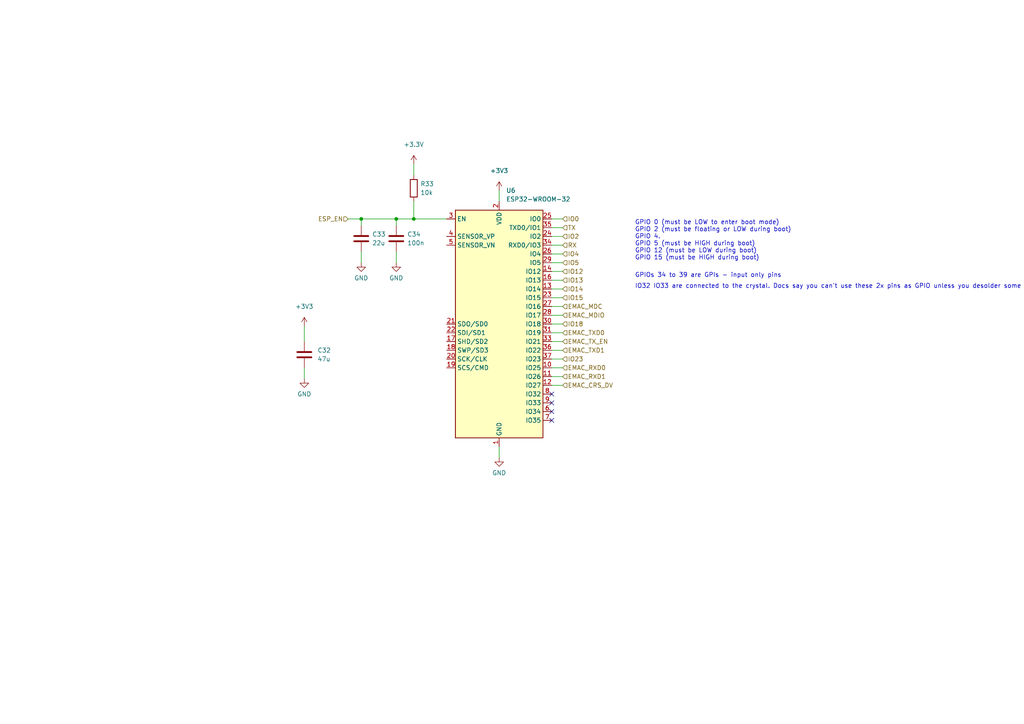
<source format=kicad_sch>
(kicad_sch (version 20231120) (generator "eeschema") (generator_version "8.0")
  (paper "A4")
  (lib_symbols
    (symbol "Device:C" (pin_numbers hide) (pin_names (offset 0.254))
      (property "Reference" "C" (at 0.635 2.54 0))
      (property "Value" "C" (at 0.635 -2.54 0))
      (symbol "C_0_1"
        (polyline (pts (xy -2.032 -0.762) (xy 2.032 -0.762)) (stroke (width 0.508)))
        (polyline (pts (xy -2.032 0.762) (xy 2.032 0.762)) (stroke (width 0.508)))
      )
      (symbol "C_1_1"
        (pin passive line (at 0 3.81 270) (length 2.794) (name "~") (number "1"))
        (pin passive line (at 0 -3.81 90) (length 2.794) (name "~") (number "2"))
      )
    )
    (symbol "Device:R" (pin_numbers hide) (pin_names (offset 0))
      (property "Reference" "R" (at 2.032 0 90))
      (property "Value" "R" (at 0 0 90))
      (symbol "R_0_1"
        (rectangle (start -1.016 -2.54) (end 1.016 2.54) (stroke (width 0.254)))
      )
      (symbol "R_1_1"
        (pin passive line (at 0 3.81 270) (length 1.27) (name "~") (number "1"))
        (pin passive line (at 0 -3.81 90) (length 1.27) (name "~") (number "2"))
      )
    )
    (symbol "RF_Module:ESP32-WROOM-32"
      (property "Reference" "U" (at -12.7 34.29 0))
      (property "Value" "ESP32-WROOM-32" (at 1.27 34.29 0))
      (symbol "ESP32-WROOM-32_0_1"
        (rectangle (start -12.7 33.02) (end 12.7 -33.02) (stroke (width 0.254)) (fill (type background)))
      )
      (symbol "ESP32-WROOM-32_1_1"
        (pin power_in line (at 0 -35.56 90) (length 2.54) (name "GND") (number "1"))
        (pin bidirectional line (at 15.24 -12.7 180) (length 2.54) (name "IO25") (number "10"))
        (pin bidirectional line (at 15.24 -15.24 180) (length 2.54) (name "IO26") (number "11"))
        (pin bidirectional line (at 15.24 -17.78 180) (length 2.54) (name "IO27") (number "12"))
        (pin bidirectional line (at 15.24 10.16 180) (length 2.54) (name "IO14") (number "13"))
        (pin bidirectional line (at 15.24 15.24 180) (length 2.54) (name "IO12") (number "14"))
        (pin passive line (at 0 -35.56 90) (length 2.54) hide (name "GND") (number "15"))
        (pin bidirectional line (at 15.24 12.7 180) (length 2.54) (name "IO13") (number "16"))
        (pin bidirectional line (at -15.24 -5.08 0) (length 2.54) (name "SHD/SD2") (number "17"))
        (pin bidirectional line (at -15.24 -7.62 0) (length 2.54) (name "SWP/SD3") (number "18"))
        (pin bidirectional line (at -15.24 -12.7 0) (length 2.54) (name "SCS/CMD") (number "19"))
        (pin power_in line (at 0 35.56 270) (length 2.54) (name "VDD") (number "2"))
        (pin bidirectional line (at -15.24 -10.16 0) (length 2.54) (name "SCK/CLK") (number "20"))
        (pin bidirectional line (at -15.24 0 0) (length 2.54) (name "SDO/SD0") (number "21"))
        (pin bidirectional line (at -15.24 -2.54 0) (length 2.54) (name "SDI/SD1") (number "22"))
        (pin bidirectional line (at 15.24 7.62 180) (length 2.54) (name "IO15") (number "23"))
        (pin bidirectional line (at 15.24 25.4 180) (length 2.54) (name "IO2") (number "24"))
        (pin bidirectional line (at 15.24 30.48 180) (length 2.54) (name "IO0") (number "25"))
        (pin bidirectional line (at 15.24 20.32 180) (length 2.54) (name "IO4") (number "26"))
        (pin bidirectional line (at 15.24 5.08 180) (length 2.54) (name "IO16") (number "27"))
        (pin bidirectional line (at 15.24 2.54 180) (length 2.54) (name "IO17") (number "28"))
        (pin bidirectional line (at 15.24 17.78 180) (length 2.54) (name "IO5") (number "29"))
        (pin input line (at -15.24 30.48 0) (length 2.54) (name "EN") (number "3"))
        (pin bidirectional line (at 15.24 0 180) (length 2.54) (name "IO18") (number "30"))
        (pin bidirectional line (at 15.24 -2.54 180) (length 2.54) (name "IO19") (number "31"))
        (pin no_connect line (at -12.7 -27.94 0) (length 2.54) hide (name "NC") (number "32"))
        (pin bidirectional line (at 15.24 -5.08 180) (length 2.54) (name "IO21") (number "33"))
        (pin bidirectional line (at 15.24 22.86 180) (length 2.54) (name "RXD0/IO3") (number "34"))
        (pin bidirectional line (at 15.24 27.94 180) (length 2.54) (name "TXD0/IO1") (number "35"))
        (pin bidirectional line (at 15.24 -7.62 180) (length 2.54) (name "IO22") (number "36"))
        (pin bidirectional line (at 15.24 -10.16 180) (length 2.54) (name "IO23") (number "37"))
        (pin passive line (at 0 -35.56 90) (length 2.54) hide (name "GND") (number "38"))
        (pin passive line (at 0 -35.56 90) (length 2.54) hide (name "GND") (number "39"))
        (pin input line (at -15.24 25.4 0) (length 2.54) (name "SENSOR_VP") (number "4"))
        (pin input line (at -15.24 22.86 0) (length 2.54) (name "SENSOR_VN") (number "5"))
        (pin input line (at 15.24 -25.4 180) (length 2.54) (name "IO34") (number "6"))
        (pin input line (at 15.24 -27.94 180) (length 2.54) (name "IO35") (number "7"))
        (pin bidirectional line (at 15.24 -20.32 180) (length 2.54) (name "IO32") (number "8"))
        (pin bidirectional line (at 15.24 -22.86 180) (length 2.54) (name "IO33") (number "9"))
      )
    )
    (symbol "power:+3.3V" (power) (pin_names (offset 0))
      (property "Value" "+3.3V" (at 0 3.556 0))
      (symbol "+3.3V_0_1"
        (polyline (pts (xy -0.762 1.27) (xy 0 2.54)))
        (polyline (pts (xy 0 0) (xy 0 2.54)))
        (polyline (pts (xy 0 2.54) (xy 0.762 1.27)))
      )
      (symbol "+3.3V_1_1"
        (pin power_in line (at 0 0 90) (length 0) hide (name "+3.3V") (number "1"))
      )
    )
    (symbol "power:+3V3" (power) (pin_names (offset 0))
      (property "Value" "+3V3" (at 0 3.556 0))
      (symbol "+3V3_0_1"
        (polyline (pts (xy -0.762 1.27) (xy 0 2.54)))
        (polyline (pts (xy 0 0) (xy 0 2.54)))
        (polyline (pts (xy 0 2.54) (xy 0.762 1.27)))
      )
      (symbol "+3V3_1_1"
        (pin power_in line (at 0 0 90) (length 0) hide (name "+3V3") (number "1"))
      )
    )
    (symbol "power:GND" (power) (pin_names (offset 0))
      (property "Value" "GND" (at 0 -3.81 0))
      (symbol "GND_0_1"
        (polyline (pts (xy 0 0) (xy 0 -1.27) (xy 1.27 -1.27) (xy 0 -2.54) (xy -1.27 -1.27) (xy 0 -1.27)))
      )
      (symbol "GND_1_1"
        (pin power_in line (at 0 0 270) (length 0) hide (name "GND") (number "1"))
      )
    )
  )
  (junction (at 120.015 63.5))
  (junction (at 114.935 63.5))
  (junction (at 104.775 63.5))
  (no_connect (at 160.02 119.38))
  (no_connect (at 160.02 121.92))
  (no_connect (at 160.02 116.84))
  (no_connect (at 160.02 114.3))
  (wire (pts (xy 104.775 73.025) (xy 104.775 76.2)))
  (wire (pts (xy 88.265 106.68) (xy 88.265 109.855)))
  (wire (pts (xy 160.02 109.22) (xy 163.195 109.22)))
  (wire (pts (xy 160.02 91.44) (xy 163.195 91.44)))
  (wire (pts (xy 160.02 81.28) (xy 163.195 81.28)))
  (wire (pts (xy 104.775 65.405) (xy 104.775 63.5)))
  (wire (pts (xy 160.02 111.76) (xy 163.195 111.76)))
  (wire (pts (xy 114.935 63.5) (xy 114.935 65.405)))
  (wire (pts (xy 104.775 63.5) (xy 114.935 63.5)))
  (wire (pts (xy 160.02 68.58) (xy 163.195 68.58)))
  (wire (pts (xy 144.78 55.245) (xy 144.78 58.42)))
  (wire (pts (xy 160.02 78.74) (xy 163.195 78.74)))
  (wire (pts (xy 160.02 73.66) (xy 163.195 73.66)))
  (wire (pts (xy 160.02 71.12) (xy 163.195 71.12)))
  (wire (pts (xy 160.02 101.6) (xy 163.195 101.6)))
  (wire (pts (xy 114.935 63.5) (xy 120.015 63.5)))
  (wire (pts (xy 160.02 93.98) (xy 163.195 93.98)))
  (wire (pts (xy 160.02 63.5) (xy 163.195 63.5)))
  (wire (pts (xy 160.02 86.36) (xy 163.195 86.36)))
  (wire (pts (xy 144.78 129.54) (xy 144.78 132.715)))
  (wire (pts (xy 160.02 99.06) (xy 163.195 99.06)))
  (wire (pts (xy 160.02 83.82) (xy 163.195 83.82)))
  (wire (pts (xy 100.965 63.5) (xy 104.775 63.5)))
  (wire (pts (xy 160.02 76.2) (xy 163.195 76.2)))
  (wire (pts (xy 160.02 106.68) (xy 163.195 106.68)))
  (wire (pts (xy 160.02 104.14) (xy 163.195 104.14)))
  (wire (pts (xy 160.02 96.52) (xy 163.195 96.52)))
  (wire (pts (xy 120.015 47.625) (xy 120.015 50.8)))
  (wire (pts (xy 120.015 58.42) (xy 120.015 63.5)))
  (wire (pts (xy 160.02 66.04) (xy 163.195 66.04)))
  (wire (pts (xy 88.265 94.615) (xy 88.265 99.06)))
  (wire (pts (xy 120.015 63.5) (xy 129.54 63.5)))
  (wire (pts (xy 114.935 73.025) (xy 114.935 76.2)))
  (wire (pts (xy 160.02 88.9) (xy 163.195 88.9)))
  (text "IO32 IO33 are connected to the crystal. Docs say you can't use these 2x pins as GPIO unless you desolder some stuff on the module.\n" (at 184.15 83.82 0) (effects (font (size 1.27 1.27)) (justify left bottom)))
  (text "GPIOs 34 to 39 are GPIs - input only pins" (at 184.15 80.645 0) (effects (font (size 1.27 1.27)) (justify left bottom)))
  (text "GPIO 0 (must be LOW to enter boot mode)\nGPIO 2 (must be floating or LOW during boot)\nGPIO 4.\nGPIO 5 (must be HIGH during boot)\nGPIO 12 (must be LOW during boot)\nGPIO 15 (must be HIGH during boot)" (at 184.15 75.565 0) (effects (font (size 1.27 1.27)) (justify left bottom)))
  (hierarchical_label "IO13" (shape input) (at 163.195 81.28 0))
  (hierarchical_label "EMAC_TXD0" (shape input) (at 163.195 96.52 0))
  (hierarchical_label "IO23" (shape input) (at 163.195 104.14 0))
  (hierarchical_label "IO12" (shape input) (at 163.195 78.74 0))
  (hierarchical_label "EMAC_RXD0" (shape input) (at 163.195 106.68 0))
  (hierarchical_label "IO14" (shape input) (at 163.195 83.82 0))
  (hierarchical_label "IO2" (shape input) (at 163.195 68.58 0))
  (hierarchical_label "EMAC_TXD1" (shape input) (at 163.195 101.6 0))
  (hierarchical_label "IO4" (shape input) (at 163.195 73.66 0))
  (hierarchical_label "EMAC_CRS_DV" (shape input) (at 163.195 111.76 0))
  (hierarchical_label "IO18" (shape input) (at 163.195 93.98 0))
  (hierarchical_label "EMAC_MDC" (shape input) (at 163.195 88.9 0))
  (hierarchical_label "TX" (shape input) (at 163.195 66.04 0))
  (hierarchical_label "IO15" (shape input) (at 163.195 86.36 0))
  (hierarchical_label "IO5" (shape input) (at 163.195 76.2 0))
  (hierarchical_label "EMAC_TX_EN" (shape input) (at 163.195 99.06 0))
  (hierarchical_label "RX" (shape input) (at 163.195 71.12 0))
  (hierarchical_label "EMAC_MDIO" (shape input) (at 163.195 91.44 0))
  (hierarchical_label "EMAC_RXD1" (shape input) (at 163.195 109.22 0))
  (hierarchical_label "ESP_EN" (shape input) (at 100.965 63.5 180))
  (hierarchical_label "IO0" (shape input) (at 163.195 63.5 0))
  (symbol (lib_id "power:+3V3") (at 144.78 55.245 0) (unit 1)
    (property "Reference" "#PWR047" (effects (hide yes)))
    (property "Value" "+3V3" (at 144.78 49.53 0))
  )
  (symbol (lib_id "Device:C") (at 114.935 69.215 0) (unit 1)
    (property "Reference" "C34" (at 118.11 67.9449 0) (effects (justify left)))
    (property "Value" "100n" (at 118.11 70.4849 0) (effects (justify left)))
    (property "Footprint" "Capacitor_SMD:C_0603_1608Metric_Pad1.08x0.95mm_HandSolder" (effects (hide yes)))
    (property "LCSC" "C282519" (effects (hide yes)))
  )
  (symbol (lib_id "power:+3.3V") (at 120.015 47.625 0) (unit 1)
    (property "Reference" "#PWR0109" (effects (hide yes)))
    (property "Value" "+3.3V" (at 120.015 41.91 0))
  )
  (symbol (lib_id "Device:R") (at 120.015 54.61 0) (unit 1)
    (property "Reference" "R33" (at 121.92 53.3399 0) (effects (justify left)))
    (property "Value" "10k" (at 121.92 55.8799 0) (effects (justify left)))
    (property "Footprint" "Resistor_SMD:R_0603_1608Metric_Pad0.98x0.95mm_HandSolder" (effects (hide yes)))
    (property "LCSC" "C2930027" (effects (hide yes)))
  )
  (symbol (lib_id "power:GND") (at 88.265 109.855 0) (unit 1)
    (property "Reference" "#PWR044" (effects (hide yes)))
    (property "Value" "GND" (at 88.265 114.3 0))
  )
  (symbol (lib_id "power:GND") (at 114.935 76.2 0) (unit 1)
    (property "Reference" "#PWR046" (effects (hide yes)))
    (property "Value" "GND" (at 114.935 80.645 0))
  )
  (symbol (lib_id "Device:C") (at 104.775 69.215 0) (unit 1)
    (property "Reference" "C33" (at 107.95 67.9449 0) (effects (justify left)))
    (property "Value" "22u" (at 107.95 70.4849 0) (effects (justify left)))
    (property "Footprint" "Capacitor_SMD:C_0603_1608Metric_Pad1.08x0.95mm_HandSolder" (effects (hide yes)))
    (property "LCSC" "C59461" (effects (hide yes)))
  )
  (symbol (lib_id "RF_Module:ESP32-WROOM-32") (at 144.78 93.98 0) (unit 1)
    (property "Reference" "U6" (at 146.7994 55.245 0) (effects (justify left)))
    (property "Value" "ESP32-WROOM-32" (at 146.7994 57.785 0) (effects (justify left)))
    (property "Footprint" "RF_Module:ESP32-WROOM-32" (effects (hide yes)))
    (property "Datasheet" "https://www.espressif.com/sites/default/files/documentation/esp32-wroom-32_datasheet_en.pdf" (effects (hide yes)))
    (property "LCSC" "C473012" (effects (hide yes)))
  )
  (symbol (lib_id "Device:C") (at 88.265 102.87 0) (unit 1)
    (property "Reference" "C32" (at 92.075 101.5999 0) (effects (justify left)))
    (property "Value" "47u" (at 92.075 104.1399 0) (effects (justify left)))
    (property "Footprint" "Capacitor_SMD:C_0603_1608Metric_Pad1.08x0.95mm_HandSolder" (effects (hide yes)))
    (property "LCSC" "C140782" (effects (hide yes)))
  )
  (symbol (lib_id "power:GND") (at 104.775 76.2 0) (unit 1)
    (property "Reference" "#PWR045" (effects (hide yes)))
    (property "Value" "GND" (at 104.775 80.645 0))
  )
  (symbol (lib_id "power:+3V3") (at 88.265 94.615 0) (unit 1)
    (property "Reference" "#PWR043" (effects (hide yes)))
    (property "Value" "+3V3" (at 88.265 88.9 0))
  )
  (symbol (lib_id "power:GND") (at 144.78 132.715 0) (unit 1)
    (property "Reference" "#PWR048" (effects (hide yes)))
    (property "Value" "GND" (at 144.78 137.16 0))
  )
)
</source>
